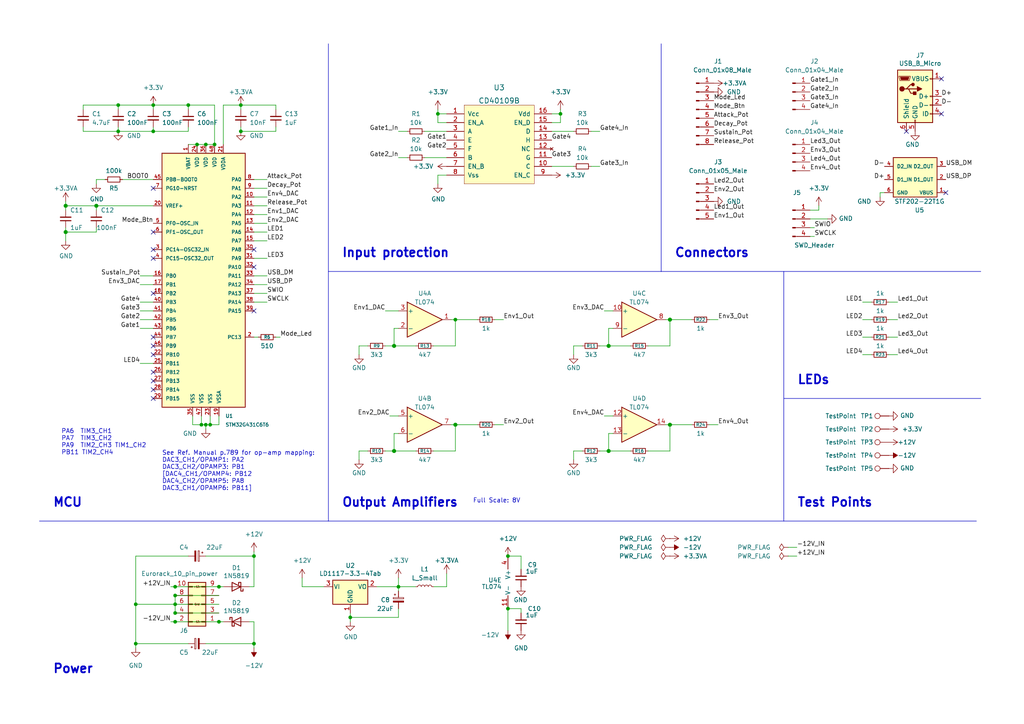
<source format=kicad_sch>
(kicad_sch (version 20230121) (generator eeschema)
  (paper "A4")
  (title_block (title "QuadEnv") (date "2023-03-09") (rev "1.0") (company "Mountjoy Modular"))
  (junction (at 19.05 59.69) (diameter 1.016))
  (junction (at 147.32 161.29))
  (junction (at 34.29 30.48))
  (junction (at 54.61 30.48))
  (junction (at 69.85 38.1))
  (junction (at 60.96 123.19))
  (junction (at 50.8 177.8))
  (junction (at 63.5 170.18))
  (junction (at 57.15 41.91))
  (junction (at 115.57 170.18))
  (junction (at 50.8 180.34))
  (junction (at 50.8 170.18))
  (junction (at 58.42 123.19))
  (junction (at 27.94 59.69) (diameter 1.016))
  (junction (at 39.37 186.69))
  (junction (at 132.08 92.71) (diameter 0.9144))
  (junction (at 59.69 123.19))
  (junction (at 44.45 38.1))
  (junction (at 59.69 41.91))
  (junction (at 50.8 175.26))
  (junction (at 34.29 38.1))
  (junction (at 73.66 161.29))
  (junction (at 69.85 30.48))
  (junction (at 39.37 175.26))
  (junction (at 50.8 172.72))
  (junction (at 176.53 130.81) (diameter 1.016))
  (junction (at 132.08 123.19) (diameter 1.016))
  (junction (at 194.31 123.19) (diameter 1.016))
  (junction (at 127 33.02))
  (junction (at 62.23 41.91))
  (junction (at 44.45 30.48))
  (junction (at 101.6 179.07))
  (junction (at 176.53 100.33) (diameter 1.016))
  (junction (at 19.05 67.31) (diameter 1.016))
  (junction (at 73.66 186.69))
  (junction (at 162.56 33.02))
  (junction (at 147.32 176.53))
  (junction (at 194.31 92.71) (diameter 1.016))
  (junction (at 114.3 100.33) (diameter 1.016))
  (junction (at 63.5 180.34))
  (junction (at 114.3 130.81) (diameter 1.016))
  (no_connect (at 44.45 85.09))
  (no_connect (at 44.45 74.93))
  (no_connect (at 44.45 97.79))
  (no_connect (at 44.45 102.87))
  (no_connect (at 73.66 72.39))
  (no_connect (at 44.45 107.95))
  (no_connect (at 274.32 55.88))
  (no_connect (at 44.45 67.31))
  (no_connect (at 44.45 110.49))
  (no_connect (at 44.45 100.33))
  (no_connect (at 273.05 22.86))
  (no_connect (at 273.05 33.02))
  (no_connect (at 44.45 113.03))
  (no_connect (at 73.66 77.47))
  (no_connect (at 44.45 54.61))
  (no_connect (at 73.66 90.17))
  (no_connect (at 44.45 72.39))
  (no_connect (at 262.89 38.1))
  (no_connect (at 44.45 115.57))
  (wire (pts (xy 19.05 58.42) (xy 19.05 59.69)))
  (wire (pts (xy 162.56 33.02) (xy 160.02 33.02)))
  (wire (pts (xy 187.96 100.33) (xy 194.31 100.33)))
  (wire (pts (xy 73.66 57.15) (xy 77.47 57.15)))
  (wire (pts (xy 81.28 97.79) (xy 80.01 97.79)))
  (wire (pts (xy 73.66 52.07) (xy 77.47 52.07)))
  (wire (pts (xy 177.8 90.17) (xy 175.26 90.17)))
  (wire (pts (xy 166.37 48.26) (xy 160.02 48.26)))
  (wire (pts (xy 27.94 52.07) (xy 30.48 52.07)))
  (wire (pts (xy 250.19 102.87) (xy 252.73 102.87)))
  (wire (pts (xy 19.05 67.31) (xy 19.05 69.85)))
  (wire (pts (xy 257.81 92.71) (xy 260.35 92.71)))
  (wire (pts (xy 59.69 41.91) (xy 62.23 41.91)))
  (wire (pts (xy 24.13 30.48) (xy 34.29 30.48)))
  (wire (pts (xy 59.69 123.19) (xy 59.69 124.46)))
  (wire (pts (xy 123.19 38.1) (xy 129.54 38.1)))
  (wire (pts (xy 115.57 45.72) (xy 118.11 45.72)))
  (wire (pts (xy 166.37 38.1) (xy 160.02 38.1)))
  (wire (pts (xy 193.04 92.71) (xy 194.31 92.71)))
  (wire (pts (xy 114.3 95.25) (xy 115.57 95.25)))
  (wire (pts (xy 257.81 102.87) (xy 260.35 102.87)))
  (wire (pts (xy 35.56 52.07) (xy 44.45 52.07)))
  (wire (pts (xy 62.23 41.91) (xy 62.23 30.48)))
  (wire (pts (xy 130.81 123.19) (xy 132.08 123.19)))
  (wire (pts (xy 34.29 30.48) (xy 34.29 31.75)))
  (wire (pts (xy 250.19 87.63) (xy 252.73 87.63)))
  (wire (pts (xy 55.88 120.65) (xy 55.88 123.19)))
  (wire (pts (xy 73.66 85.09) (xy 77.47 85.09)))
  (wire (pts (xy 129.54 35.56) (xy 127 35.56)))
  (polyline (pts (xy 95.25 151.13) (xy 283.21 151.13)))
  (wire (pts (xy 73.66 62.23) (xy 77.47 62.23)))
  (wire (pts (xy 39.37 187.96) (xy 39.37 186.69)))
  (wire (pts (xy 104.14 100.33) (xy 104.14 102.87)))
  (wire (pts (xy 73.66 74.93) (xy 77.47 74.93)))
  (wire (pts (xy 54.61 36.83) (xy 54.61 38.1)))
  (wire (pts (xy 173.99 100.33) (xy 176.53 100.33)))
  (wire (pts (xy 24.13 36.83) (xy 24.13 38.1)))
  (wire (pts (xy 104.14 130.81) (xy 104.14 133.35)))
  (wire (pts (xy 115.57 176.53) (xy 115.57 179.07)))
  (wire (pts (xy 63.5 172.72) (xy 50.8 172.72)))
  (wire (pts (xy 69.85 36.83) (xy 69.85 38.1)))
  (wire (pts (xy 24.13 31.75) (xy 24.13 30.48)))
  (wire (pts (xy 173.99 130.81) (xy 176.53 130.81)))
  (wire (pts (xy 73.66 180.34) (xy 73.66 186.69)))
  (wire (pts (xy 127 53.34) (xy 127 50.8)))
  (wire (pts (xy 72.39 180.34) (xy 73.66 180.34)))
  (wire (pts (xy 50.8 175.26) (xy 50.8 177.8)))
  (wire (pts (xy 166.37 130.81) (xy 166.37 133.35)))
  (wire (pts (xy 80.01 36.83) (xy 80.01 38.1)))
  (wire (pts (xy 87.63 167.64) (xy 87.63 170.18)))
  (wire (pts (xy 19.05 66.04) (xy 19.05 67.31)))
  (wire (pts (xy 69.85 31.75) (xy 69.85 30.48)))
  (wire (pts (xy 80.01 31.75) (xy 80.01 30.48)))
  (wire (pts (xy 255.27 55.88) (xy 256.54 55.88)))
  (wire (pts (xy 205.74 123.19) (xy 208.28 123.19)))
  (wire (pts (xy 127 31.75) (xy 127 33.02)))
  (wire (pts (xy 63.5 177.8) (xy 50.8 177.8)))
  (wire (pts (xy 176.53 130.81) (xy 176.53 125.73)))
  (wire (pts (xy 73.66 160.02) (xy 73.66 161.29)))
  (wire (pts (xy 39.37 175.26) (xy 39.37 186.69)))
  (wire (pts (xy 234.95 63.5) (xy 240.03 63.5)))
  (wire (pts (xy 193.04 123.19) (xy 194.31 123.19)))
  (wire (pts (xy 114.3 130.81) (xy 120.65 130.81)))
  (wire (pts (xy 73.66 67.31) (xy 77.47 67.31)))
  (wire (pts (xy 151.13 176.53) (xy 147.32 176.53)))
  (wire (pts (xy 34.29 38.1) (xy 44.45 38.1)))
  (wire (pts (xy 205.74 92.71) (xy 208.28 92.71)))
  (wire (pts (xy 44.45 30.48) (xy 44.45 31.75)))
  (wire (pts (xy 127 33.02) (xy 129.54 33.02)))
  (wire (pts (xy 101.6 179.07) (xy 101.6 180.34)))
  (wire (pts (xy 176.53 125.73) (xy 177.8 125.73)))
  (wire (pts (xy 39.37 175.26) (xy 50.8 175.26)))
  (wire (pts (xy 173.99 38.1) (xy 171.45 38.1)))
  (wire (pts (xy 114.3 100.33) (xy 114.3 95.25)))
  (wire (pts (xy 147.32 176.53) (xy 147.32 182.88)))
  (wire (pts (xy 40.64 87.63) (xy 44.45 87.63)))
  (wire (pts (xy 73.66 170.18) (xy 73.66 161.29)))
  (wire (pts (xy 176.53 100.33) (xy 182.88 100.33)))
  (wire (pts (xy 194.31 123.19) (xy 200.66 123.19)))
  (wire (pts (xy 27.94 59.69) (xy 27.94 60.96)))
  (wire (pts (xy 27.94 53.34) (xy 27.94 52.07)))
  (wire (pts (xy 127 35.56) (xy 127 33.02)))
  (wire (pts (xy 73.66 80.01) (xy 77.47 80.01)))
  (wire (pts (xy 234.95 66.04) (xy 236.22 66.04)))
  (wire (pts (xy 19.05 59.69) (xy 27.94 59.69)))
  (wire (pts (xy 44.45 38.1) (xy 54.61 38.1)))
  (wire (pts (xy 44.45 36.83) (xy 44.45 38.1)))
  (polyline (pts (xy 227.33 115.57) (xy 284.48 115.57)))
  (wire (pts (xy 151.13 161.29) (xy 151.13 165.1)))
  (wire (pts (xy 115.57 38.1) (xy 118.11 38.1)))
  (wire (pts (xy 73.66 64.77) (xy 77.47 64.77)))
  (wire (pts (xy 57.15 41.91) (xy 59.69 41.91)))
  (wire (pts (xy 132.08 130.81) (xy 132.08 123.19)))
  (wire (pts (xy 73.66 54.61) (xy 77.47 54.61)))
  (wire (pts (xy 114.3 130.81) (xy 114.3 125.73)))
  (wire (pts (xy 40.64 80.01) (xy 44.45 80.01)))
  (wire (pts (xy 234.95 60.96) (xy 237.49 60.96)))
  (wire (pts (xy 34.29 36.83) (xy 34.29 38.1)))
  (wire (pts (xy 143.51 92.71) (xy 146.05 92.71)))
  (wire (pts (xy 104.14 100.33) (xy 106.68 100.33)))
  (wire (pts (xy 111.76 100.33) (xy 114.3 100.33)))
  (wire (pts (xy 40.64 92.71) (xy 44.45 92.71)))
  (wire (pts (xy 236.22 68.58) (xy 234.95 68.58)))
  (wire (pts (xy 60.96 123.19) (xy 63.5 123.19)))
  (wire (pts (xy 132.08 100.33) (xy 132.08 92.71)))
  (wire (pts (xy 64.77 41.91) (xy 64.77 30.48)))
  (wire (pts (xy 27.94 59.69) (xy 44.45 59.69)))
  (wire (pts (xy 130.81 92.71) (xy 132.08 92.71)))
  (polyline (pts (xy 11.43 151.13) (xy 95.25 151.13)))
  (wire (pts (xy 109.22 170.18) (xy 115.57 170.18)))
  (wire (pts (xy 250.19 97.79) (xy 252.73 97.79)))
  (wire (pts (xy 64.77 30.48) (xy 69.85 30.48)))
  (wire (pts (xy 24.13 38.1) (xy 34.29 38.1)))
  (wire (pts (xy 44.45 82.55) (xy 40.64 82.55)))
  (wire (pts (xy 40.64 90.17) (xy 44.45 90.17)))
  (wire (pts (xy 132.08 123.19) (xy 138.43 123.19)))
  (wire (pts (xy 63.5 180.34) (xy 64.77 180.34)))
  (wire (pts (xy 58.42 120.65) (xy 58.42 123.19)))
  (wire (pts (xy 143.51 123.19) (xy 146.05 123.19)))
  (wire (pts (xy 49.53 180.34) (xy 50.8 180.34)))
  (wire (pts (xy 50.8 180.34) (xy 63.5 180.34)))
  (polyline (pts (xy 191.77 12.7) (xy 191.77 78.74)))
  (wire (pts (xy 50.8 170.18) (xy 63.5 170.18)))
  (wire (pts (xy 55.88 123.19) (xy 58.42 123.19)))
  (wire (pts (xy 54.61 30.48) (xy 62.23 30.48)))
  (wire (pts (xy 69.85 30.48) (xy 80.01 30.48)))
  (wire (pts (xy 177.8 120.65) (xy 175.26 120.65)))
  (wire (pts (xy 49.53 170.18) (xy 50.8 170.18)))
  (wire (pts (xy 194.31 100.33) (xy 194.31 92.71)))
  (wire (pts (xy 115.57 170.18) (xy 120.65 170.18)))
  (wire (pts (xy 111.76 130.81) (xy 114.3 130.81)))
  (wire (pts (xy 60.96 120.65) (xy 60.96 123.19)))
  (wire (pts (xy 176.53 95.25) (xy 177.8 95.25)))
  (wire (pts (xy 19.05 67.31) (xy 27.94 67.31)))
  (wire (pts (xy 39.37 161.29) (xy 39.37 175.26)))
  (wire (pts (xy 63.5 170.18) (xy 64.77 170.18)))
  (wire (pts (xy 59.69 186.69) (xy 73.66 186.69)))
  (wire (pts (xy 40.64 105.41) (xy 44.45 105.41)))
  (wire (pts (xy 87.63 170.18) (xy 93.98 170.18)))
  (wire (pts (xy 39.37 161.29) (xy 54.61 161.29)))
  (wire (pts (xy 160.02 35.56) (xy 162.56 35.56)))
  (wire (pts (xy 101.6 177.8) (xy 101.6 179.07)))
  (wire (pts (xy 111.76 90.17) (xy 115.57 90.17)))
  (wire (pts (xy 101.6 179.07) (xy 115.57 179.07)))
  (wire (pts (xy 115.57 120.65) (xy 113.03 120.65)))
  (wire (pts (xy 104.14 130.81) (xy 106.68 130.81)))
  (polyline (pts (xy 227.33 78.74) (xy 227.33 151.13)))
  (wire (pts (xy 125.73 130.81) (xy 132.08 130.81)))
  (wire (pts (xy 176.53 100.33) (xy 176.53 95.25)))
  (wire (pts (xy 132.08 92.71) (xy 138.43 92.71)))
  (polyline (pts (xy 191.77 78.74) (xy 95.25 78.74)))
  (wire (pts (xy 162.56 35.56) (xy 162.56 33.02)))
  (wire (pts (xy 151.13 176.53) (xy 151.13 177.8)))
  (wire (pts (xy 50.8 175.26) (xy 63.5 175.26)))
  (wire (pts (xy 129.54 170.18) (xy 129.54 166.37)))
  (wire (pts (xy 125.73 170.18) (xy 129.54 170.18)))
  (wire (pts (xy 50.8 172.72) (xy 50.8 175.26)))
  (wire (pts (xy 115.57 171.45) (xy 115.57 170.18)))
  (wire (pts (xy 147.32 161.29) (xy 151.13 161.29)))
  (wire (pts (xy 194.31 92.71) (xy 200.66 92.71)))
  (wire (pts (xy 187.96 130.81) (xy 194.31 130.81)))
  (wire (pts (xy 166.37 130.81) (xy 168.91 130.81)))
  (wire (pts (xy 162.56 31.75) (xy 162.56 33.02)))
  (polyline (pts (xy 95.25 12.7) (xy 95.25 151.13)))
  (wire (pts (xy 257.81 87.63) (xy 260.35 87.63)))
  (wire (pts (xy 166.37 100.33) (xy 166.37 102.87)))
  (wire (pts (xy 44.45 30.48) (xy 54.61 30.48)))
  (wire (pts (xy 173.99 48.26) (xy 171.45 48.26)))
  (wire (pts (xy 166.37 100.33) (xy 168.91 100.33)))
  (wire (pts (xy 237.49 60.96) (xy 237.49 59.69)))
  (wire (pts (xy 27.94 66.04) (xy 27.94 67.31)))
  (wire (pts (xy 40.64 95.25) (xy 44.45 95.25)))
  (wire (pts (xy 257.81 97.79) (xy 260.35 97.79)))
  (wire (pts (xy 54.61 41.91) (xy 57.15 41.91)))
  (wire (pts (xy 255.27 57.15) (xy 255.27 55.88)))
  (wire (pts (xy 34.29 30.48) (xy 44.45 30.48)))
  (wire (pts (xy 73.66 69.85) (xy 77.47 69.85)))
  (wire (pts (xy 74.93 97.79) (xy 73.66 97.79)))
  (wire (pts (xy 63.5 120.65) (xy 63.5 123.19)))
  (wire (pts (xy 59.69 161.29) (xy 73.66 161.29)))
  (wire (pts (xy 176.53 130.81) (xy 182.88 130.81)))
  (wire (pts (xy 73.66 59.69) (xy 77.47 59.69)))
  (wire (pts (xy 231.14 161.29) (xy 228.6 161.29)))
  (wire (pts (xy 72.39 170.18) (xy 73.66 170.18)))
  (wire (pts (xy 194.31 130.81) (xy 194.31 123.19)))
  (wire (pts (xy 127 50.8) (xy 129.54 50.8)))
  (wire (pts (xy 59.69 123.19) (xy 60.96 123.19)))
  (wire (pts (xy 73.66 82.55) (xy 77.47 82.55)))
  (wire (pts (xy 69.85 38.1) (xy 80.01 38.1)))
  (wire (pts (xy 58.42 123.19) (xy 59.69 123.19)))
  (wire (pts (xy 231.14 158.75) (xy 228.6 158.75)))
  (wire (pts (xy 73.66 186.69) (xy 73.66 187.96)))
  (wire (pts (xy 114.3 125.73) (xy 115.57 125.73)))
  (wire (pts (xy 123.19 45.72) (xy 129.54 45.72)))
  (polyline (pts (xy 191.77 78.74) (xy 284.48 78.74)))
  (wire (pts (xy 114.3 100.33) (xy 120.65 100.33)))
  (wire (pts (xy 73.66 87.63) (xy 77.47 87.63)))
  (wire (pts (xy 39.37 186.69) (xy 54.61 186.69)))
  (wire (pts (xy 125.73 100.33) (xy 132.08 100.33)))
  (wire (pts (xy 19.05 60.96) (xy 19.05 59.69)))
  (wire (pts (xy 54.61 30.48) (xy 54.61 31.75)))
  (wire (pts (xy 250.19 92.71) (xy 252.73 92.71)))
  (wire (pts (xy 115.57 167.64) (xy 115.57 170.18)))
  (text "See Ref. Manual p.789 for op-amp mapping:\nDAC3_CH1/OPAMP1: PA2\nDAC3_CH2/OPAMP3: PB1\n[DAC4_CH1/OPAMP4: PB12\nDAC4_CH2/OPAMP5: PA8\nDAC3_CH1/OPAMP6: PB11]\n\n\n\n" (at 46.99 148.59 0) (effects (font (size 1.27 1.27)) (justify left bottom)))
  (text "LEDs" (at 231.14 111.76 0) (effects (font (size 2.54 2.54) (thickness 0.508) bold) (justify left bottom)))
  (text "Full Scale: 8V" (at 137.16 146.05 0) (effects (font (size 1.27 1.27)) (justify left bottom)))
  (text "Output Amplifiers" (at 99.06 147.32 0) (effects (font (size 2.54 2.54) (thickness 0.508) bold) (justify left bottom)))
  (text "MCU" (at 15.24 147.32 0) (effects (font (size 2.54 2.54) (thickness 0.508) bold) (justify left bottom)))
  (text "Power" (at 15.24 195.58 0) (effects (font (size 2.54 2.54) (thickness 0.508) bold) (justify left bottom)))
  (text "Test Points" (at 231.14 147.32 0) (effects (font (size 2.54 2.54) (thickness 0.508) bold) (justify left bottom)))
  (text "PA6  TIM3_CH1\nPA7  TIM3_CH2\nPA9  TIM2_CH3 TIM1_CH2\nPB11 TIM2_CH4\n" (at 17.78 132.08 0) (effects (font (size 1.27 1.27)) (justify left bottom)))
  (text "Connectors" (at 195.58 74.93 0) (effects (font (size 2.54 2.54) (thickness 0.508) bold) (justify left bottom)))
  (text "Input protection" (at 99.06 74.93 0) (effects (font (size 2.54 2.54) (thickness 0.508) bold) (justify left bottom)))
  (label "Gate2" (at 129.54 43.18 180))
  (label "LED1" (at 250.19 87.63 180))
  (label "Led2_Out" (at 207.01 53.34 0))
  (label "-12V_IN" (at 49.53 180.34 180))
  (label "SWCLK" (at 236.22 68.58 0))
  (label "Mode_Btn" (at 44.45 64.77 180))
  (label "Mode_Btn" (at 207.01 31.75 0))
  (label "Env3_Out" (at 208.28 92.71 0))
  (label "Env3_DAC" (at 175.26 90.17 180))
  (label "USB_DP" (at 274.32 52.07 0))
  (label "Env2_Out" (at 207.01 55.88 0))
  (label "Gate2_In" (at 115.57 45.72 180))
  (label "LED4" (at 40.64 105.41 180))
  (label "LED3" (at 250.19 97.79 180))
  (label "Led3_Out" (at 260.35 97.79 0))
  (label "Gate2_In" (at 234.95 26.67 0))
  (label "Attack_Pot" (at 77.47 52.07 0))
  (label "Env1_DAC" (at 111.76 90.17 180))
  (label "LED4" (at 250.19 102.87 180))
  (label "Decay_Pot" (at 77.47 54.61 0))
  (label "SWCLK" (at 77.47 87.63 0))
  (label "Decay_Pot" (at 207.01 36.83 0))
  (label "Led4_Out" (at 234.95 46.99 0))
  (label "LED1" (at 77.47 67.31 0))
  (label "Gate1_In" (at 234.95 24.13 0))
  (label "Env1_DAC" (at 77.47 62.23 0))
  (label "Env2_DAC" (at 113.03 120.65 180))
  (label "Led3_Out" (at 234.95 41.91 0))
  (label "D+" (at 256.54 52.07 180))
  (label "USB_DP" (at 77.47 82.55 0))
  (label "Led2_Out" (at 260.35 92.71 0))
  (label "USB_DM" (at 274.32 48.26 0))
  (label "LED2" (at 250.19 92.71 180))
  (label "USB_DM" (at 77.47 80.01 0))
  (label "Gate1" (at 40.64 95.25 180))
  (label "Led1_Out" (at 260.35 87.63 0))
  (label "Attack_Pot" (at 207.01 34.29 0))
  (label "Release_Pot" (at 207.01 41.91 0))
  (label "-12V_IN" (at 231.14 158.75 0))
  (label "Env1_Out" (at 207.01 63.5 0))
  (label "Sustain_Pot" (at 40.64 80.01 180))
  (label "Env2_Out" (at 146.05 123.19 0))
  (label "D+" (at 273.05 27.94 0))
  (label "Gate1_In" (at 115.57 38.1 180))
  (label "Gate3" (at 40.64 90.17 180))
  (label "D-" (at 256.54 48.26 180))
  (label "Gate2" (at 40.64 92.71 180))
  (label "Release_Pot" (at 77.47 59.69 0))
  (label "Gate4_In" (at 234.95 31.75 0))
  (label "Gate3_In" (at 173.99 48.26 0))
  (label "SWIO" (at 77.47 85.09 0))
  (label "Led4_Out" (at 260.35 102.87 0))
  (label "Mode_Led" (at 81.28 97.79 0))
  (label "Gate4_In" (at 173.99 38.1 0))
  (label "Env4_Out" (at 234.95 49.53 0))
  (label "Env3_DAC" (at 40.64 82.55 180))
  (label "Env1_Out" (at 146.05 92.71 0))
  (label "Gate4" (at 160.02 40.64 0))
  (label "Env4_Out" (at 208.28 123.19 0))
  (label "Led1_Out" (at 207.01 60.96 0))
  (label "LED3" (at 77.47 74.93 0))
  (label "SWIO" (at 236.22 66.04 0))
  (label "Gate3_In" (at 234.95 29.21 0))
  (label "D-" (at 273.05 30.48 0))
  (label "BOOT0" (at 36.83 52.07 0))
  (label "Env2_DAC" (at 77.47 64.77 0))
  (label "Mode_Led" (at 207.01 29.21 0))
  (label "+12V_IN" (at 231.14 161.29 0))
  (label "Env3_Out" (at 234.95 44.45 0))
  (label "Gate1" (at 129.54 40.64 180))
  (label "+12V_IN" (at 49.53 170.18 180))
  (label "Env4_DAC" (at 77.47 57.15 0))
  (label "Gate4" (at 40.64 87.63 180))
  (label "LED2" (at 77.47 69.85 0))
  (label "Gate3" (at 160.02 45.72 0))
  (label "Sustain_Pot" (at 207.01 39.37 0))
  (label "Env4_DAC" (at 175.26 120.65 180))
  (symbol (lib_id "Amplifier_Operational:TL074") (at 185.42 123.19 0) (unit 4)
    (property "Reference" "U4" (at 185.42 115.57 0))
    (property "Value" "TL074" (at 185.42 118.11 0))
    (property "Footprint" "Package_SO:SOIC-14_3.9x8.7mm_P1.27mm" (effects hide))
    (property "Datasheet" "http://www.ti.com/lit/ds/symlink/tl071.pdf" (effects hide))
  )
  (symbol (lib_id "Device:C_Small") (at 24.13 34.29 0) (unit 1)
    (property "Reference" "C1" (at 26.67 33.0262 0) (effects (justify left)))
    (property "Value" "4.7uF" (at 26.67 35.5662 0) (effects (justify left)))
    (property "Footprint" "Capacitor_SMD:C_0603_1608Metric" (effects hide))
  )
  (symbol (lib_id "Amplifier_Operational:TL074") (at 123.19 92.71 0) (unit 1)
    (property "Reference" "U4" (at 123.19 85.09 0))
    (property "Value" "TL074" (at 123.19 87.63 0))
    (property "Footprint" "Package_SO:SOIC-14_3.9x8.7mm_P1.27mm" (effects hide))
    (property "Datasheet" "http://www.ti.com/lit/ds/symlink/tl071.pdf" (effects hide))
  )
  (symbol (lib_id "power:GND") (at 69.85 38.1 0) (unit 1)
    (property "Reference" "#PWR014" (effects hide))
    (property "Value" "GND" (at 72.39 39.3699 0) (effects (justify left)))
  )
  (symbol (lib_id "Device:C_Small") (at 151.13 180.34 180) (unit 1)
    (property "Reference" "C10" (at 153.035 176.53 0) (effects (justify right)))
    (property "Value" "1uF" (at 152.4 178.435 0) (effects (justify right)))
    (property "Footprint" "Capacitor_SMD:C_0603_1608Metric" (effects hide))
  )
  (symbol (lib_id "Device:R_Small") (at 33.02 52.07 90) (unit 1)
    (property "Reference" "R5" (at 33.02 54.61 90))
    (property "Value" "100k" (at 33.02 49.53 90))
    (property "Footprint" "Resistor_SMD:R_0603_1608Metric" (effects hide))
    (property "Part_Number" "C25803" (effects hide))
  )
  (symbol (lib_id "Device:C_Small") (at 151.13 167.64 180) (unit 1)
    (property "Reference" "C9" (at 153.035 163.83 0) (effects (justify right)))
    (property "Value" "1uF" (at 152.4 165.735 0) (effects (justify right)))
    (property "Footprint" "Capacitor_SMD:C_0603_1608Metric" (effects hide))
  )
  (symbol (lib_id "Device:R_Small") (at 123.19 130.81 270) (mirror x) (unit 1)
    (property "Reference" "R14" (at 123.19 130.81 90) (effects (font (size 0.9 0.9))))
    (property "Value" "4k7" (at 123.19 133.35 90))
    (property "Footprint" "Resistor_SMD:R_0603_1608Metric" (effects hide))
    (property "Part_Number" "C23162" (effects hide))
  )
  (symbol (lib_id "power:GND") (at 255.27 57.15 0) (unit 1)
    (property "Reference" "#PWR03" (effects hide))
    (property "Value" "GND" (at 252.73 58.4199 0) (effects (justify right)))
  )
  (symbol (lib_id "Device:R_Small") (at 203.2 123.19 90) (unit 1)
    (property "Reference" "R24" (at 203.2 123.19 90) (effects (font (size 0.9 0.9))))
    (property "Value" "1k" (at 203.2 125.73 90))
    (property "Footprint" "Resistor_SMD:R_0603_1608Metric" (effects hide))
    (property "Part_Number" "C21190" (effects hide))
  )
  (symbol (lib_id "Device:C_Polarized_Small") (at 57.15 161.29 270) (unit 1)
    (property "Reference" "C4" (at 53.34 158.75 90))
    (property "Value" "22uF" (at 62.23 158.75 90))
    (property "Footprint" "Capacitor_SMD:CP_Elec_4x5.8" (effects hide))
  )
  (symbol (lib_id "Device:C_Small") (at 69.85 34.29 0) (unit 1)
    (property "Reference" "C7" (at 72.39 33.0262 0) (effects (justify left)))
    (property "Value" "10nF" (at 72.39 35.5662 0) (effects (justify left)))
    (property "Footprint" "Capacitor_SMD:C_0603_1608Metric" (effects hide))
  )
  (symbol (lib_id "Device:C_Small") (at 34.29 34.29 0) (unit 1)
    (property "Reference" "C2" (at 36.83 33.0262 0) (effects (justify left)))
    (property "Value" "100nF" (at 36.83 35.5662 0) (effects (justify left)))
    (property "Footprint" "Capacitor_SMD:C_0603_1608Metric" (effects hide))
  )
  (symbol (lib_id "Device:C_Small") (at 19.05 63.5 180) (unit 1)
    (property "Reference" "C11" (at 20.32 60.9599 0) (effects (justify right)))
    (property "Value" "1uF" (at 20.32 66.0399 0) (effects (justify right)))
    (property "Footprint" "Capacitor_SMD:C_0603_1608Metric" (effects hide))
    (property "Part_Number" "C15849" (effects hide))
  )
  (symbol (lib_id "Connector:Conn_01x05_Pin") (at 201.93 58.42 0) (unit 1)
    (property "Reference" "J3" (at 208.28 46.99 0))
    (property "Value" "Conn_01x05_Male" (at 208.28 49.53 0))
    (property "Footprint" "Connector_PinHeader_2.54mm:PinHeader_1x05_P2.54mm_Vertical" (effects hide))
  )
  (symbol (lib_id "Device:R_Small") (at 109.22 130.81 270) (unit 1)
    (property "Reference" "R10" (at 109.22 130.81 90) (effects (font (size 0.9 0.9))))
    (property "Value" "3k3" (at 109.22 133.35 90))
    (property "Footprint" "Resistor_SMD:R_0603_1608Metric" (effects hide))
    (property "Part_Number" "C22978" (effects hide))
  )
  (symbol (lib_id "power:+3.3VA") (at 19.05 58.42 0) (unit 1)
    (property "Reference" "#PWR023" (effects hide))
    (property "Value" "+3.3VA" (at 19.05 54.61 0))
  )
  (symbol (lib_id "power:GND") (at 151.13 170.18 0) (unit 1)
    (property "Reference" "#PWR031" (effects hide))
    (property "Value" "GND" (at 153.035 173.99 0) (effects (justify right)))
  )
  (symbol (lib_id "power:PWR_FLAG") (at 194.31 158.75 90) (mirror x) (unit 1)
    (property "Reference" "#FLG04" (effects hide))
    (property "Value" "PWR_FLAG" (at 189.23 158.7499 90) (effects (justify left)))
  )
  (symbol (lib_id "Device:R_Small") (at 120.65 38.1 90) (unit 1)
    (property "Reference" "R1" (at 120.65 33.02 90))
    (property "Value" "10k" (at 120.65 35.56 90))
    (property "Footprint" "Resistor_SMD:R_0603_1608Metric" (effects hide))
    (property "Part_Number" "C23162" (effects hide))
  )
  (symbol (lib_id "Device:R_Small") (at 203.2 92.71 90) (unit 1)
    (property "Reference" "R22" (at 203.2 92.71 90) (effects (font (size 0.9 0.9))))
    (property "Value" "1k" (at 203.2 95.25 90))
    (property "Footprint" "Resistor_SMD:R_0603_1608Metric" (effects hide))
    (property "Part_Number" "C21190" (effects hide))
  )
  (symbol (lib_id "Device:R_Small") (at 168.91 48.26 90) (unit 1)
    (property "Reference" "R4" (at 168.91 43.18 90))
    (property "Value" "10k" (at 168.91 45.72 90))
    (property "Footprint" "Resistor_SMD:R_0603_1608Metric" (effects hide))
    (property "Part_Number" "C23162" (effects hide))
  )
  (symbol (lib_id "power:GND") (at 127 53.34 0) (unit 1)
    (property "Reference" "#PWR019" (effects hide))
    (property "Value" "GND" (at 127.127 57.7342 0))
  )
  (symbol (lib_id "Device:R_Small") (at 171.45 100.33 270) (unit 1)
    (property "Reference" "R11" (at 171.45 100.33 90) (effects (font (size 0.9 0.9))))
    (property "Value" "3k3" (at 171.45 102.87 90))
    (property "Footprint" "Resistor_SMD:R_0603_1608Metric" (effects hide))
    (property "Part_Number" "C22978" (effects hide))
  )
  (symbol (lib_id "Device:C_Polarized_Small") (at 115.57 173.99 0) (unit 1)
    (property "Reference" "C8" (at 111.76 173.99 0))
    (property "Value" "22uF" (at 111.76 176.53 0))
    (property "Footprint" "Capacitor_SMD:CP_Elec_4x5.8" (effects hide))
  )
  (symbol (lib_id "power:+12V") (at 194.31 156.21 270) (unit 1)
    (property "Reference" "#PWR041" (effects hide))
    (property "Value" "+12V" (at 198.12 156.2099 90) (effects (justify left)))
  )
  (symbol (lib_id "STM32:STM32G431C6T6") (at 59.69 77.47 0) (unit 1)
    (property "Reference" "U1" (at 65.3797 120.65 0) (effects (font (size 1.016 1.016)) (justify left)))
    (property "Value" "STM32G431C6T6" (at 65.3797 123.19 0) (effects (font (size 1.016 1.016)) (justify left)))
    (property "Footprint" "Package_QFP:LQFP-48_7x7mm_P0.5mm" (effects hide))
    (property "MANUFACTURER" "STMicroelectronics" (effects hide))
    (property "MAXIMUM_PACKAGE_HEIGHT" "0.60mm" (effects hide))
    (property "PARTREV" "4" (effects hide))
    (property "STANDARD" "IPC 7351B" (effects hide))
  )
  (symbol (lib_id "power:+3.3VA") (at 69.85 30.48 0) (unit 1)
    (property "Reference" "#PWR0101" (effects hide))
    (property "Value" "+3.3VA" (at 69.85 26.67 0))
  )
  (symbol (lib_id "power:GND") (at 104.14 133.35 0) (mirror y) (unit 1)
    (property "Reference" "#PWR038" (effects hide))
    (property "Value" "GND" (at 104.14 137.16 0))
  )
  (symbol (lib_id "Device:R_Small") (at 168.91 38.1 90) (unit 1)
    (property "Reference" "R3" (at 168.91 33.02 90))
    (property "Value" "10k" (at 168.91 35.56 90))
    (property "Footprint" "Resistor_SMD:R_0603_1608Metric" (effects hide))
    (property "Part_Number" "C23162" (effects hide))
  )
  (symbol (lib_name "+3.3V_1") (lib_id "power:+3.3V") (at 162.56 31.75 0) (unit 1)
    (property "Reference" "#PWR0109" (effects hide))
    (property "Value" "+3.3V" (at 162.56 26.67 0))
  )
  (symbol (lib_id "Device:R_Small") (at 255.27 102.87 90) (unit 1)
    (property "Reference" "R23" (at 255.27 102.87 90) (effects (font (size 0.9 0.9))))
    (property "Value" "1k" (at 255.27 100.33 90))
    (property "Footprint" "Resistor_SMD:R_0603_1608Metric" (effects hide))
    (property "Part_Number" "C21190" (effects hide))
  )
  (symbol (lib_name "+3.3V_1") (lib_id "power:+3.3V") (at 237.49 59.69 0) (unit 1)
    (property "Reference" "#PWR0104" (effects hide))
    (property "Value" "+3.3V" (at 237.49 54.61 0))
  )
  (symbol (lib_id "Device:R_Small") (at 255.27 92.71 90) (unit 1)
    (property "Reference" "R19" (at 255.27 92.71 90) (effects (font (size 0.9 0.9))))
    (property "Value" "1k" (at 255.27 90.17 90))
    (property "Footprint" "Resistor_SMD:R_0603_1608Metric" (effects hide))
    (property "Part_Number" "C21190" (effects hide))
  )
  (symbol (lib_id "Device:C_Small") (at 44.45 34.29 0) (unit 1)
    (property "Reference" "C3" (at 46.99 33.0262 0) (effects (justify left)))
    (property "Value" "100nF" (at 46.99 35.5662 0) (effects (justify left)))
    (property "Footprint" "Capacitor_SMD:C_0603_1608Metric" (effects hide))
  )
  (symbol (lib_id "Amplifier_Operational:TL074") (at 149.86 168.91 0) (unit 5)
    (property "Reference" "U4" (at 141.605 168.275 0) (effects (justify left)))
    (property "Value" "TL074" (at 139.7 170.18 0) (effects (justify left)))
    (property "Footprint" "Package_SO:SOIC-14_3.9x8.7mm_P1.27mm" (effects hide))
    (property "Datasheet" "http://www.ti.com/lit/ds/symlink/tl071.pdf" (effects hide))
  )
  (symbol (lib_id "power:-12V") (at 194.31 158.75 270) (mirror x) (unit 1)
    (property "Reference" "#PWR042" (effects hide))
    (property "Value" "-12V" (at 198.12 158.7499 90) (effects (justify left)))
  )
  (symbol (lib_name "+3.3V_1") (lib_id "power:+3.3V") (at 127 31.75 0) (unit 1)
    (property "Reference" "#PWR0107" (effects hide))
    (property "Value" "+3.3V" (at 127 26.67 0))
  )
  (symbol (lib_id "power:GND") (at 257.81 120.65 90) (unit 1)
    (property "Reference" "#PWR01" (effects hide))
    (property "Value" "GND" (at 261.0612 120.523 90) (effects (justify right)))
  )
  (symbol (lib_id "Connector:TestPoint") (at 257.81 124.46 90) (unit 1)
    (property "Reference" "TP2" (at 251.46 124.46 90))
    (property "Value" "TestPoint" (at 243.84 124.46 90))
    (property "Footprint" "Custom_Footprints:1mm_Test_Point" (effects hide))
  )
  (symbol (lib_id "power:GND") (at 101.6 180.34 0) (unit 1)
    (property "Reference" "#PWR016" (effects hide))
    (property "Value" "GND" (at 101.727 184.7342 0))
  )
  (symbol (lib_id "power:GND") (at 59.69 124.46 0) (unit 1)
    (property "Reference" "#PWR010" (effects hide))
    (property "Value" "GND" (at 57.15 125.7299 0) (effects (justify right)))
  )
  (symbol (lib_id "power:+12V") (at 257.81 128.27 270) (unit 1)
    (property "Reference" "#PWR013" (effects hide))
    (property "Value" "+12V" (at 260.35 128.27 90) (effects (justify left)))
  )
  (symbol (lib_id "power:-12V") (at 257.81 132.08 270) (unit 1)
    (property "Reference" "#PWR018" (effects hide))
    (property "Value" "-12V" (at 260.35 132.08 90) (effects (justify left)))
  )
  (symbol (lib_id "Device:C_Small") (at 27.94 63.5 180) (unit 1)
    (property "Reference" "C12" (at 29.21 60.9599 0) (effects (justify right)))
    (property "Value" "100nF" (at 27.94 66.0399 0) (effects (justify right)))
    (property "Footprint" "Capacitor_SMD:C_0603_1608Metric" (effects hide))
    (property "Part_Number" "C14663" (effects hide))
  )
  (symbol (lib_id "power:+12V") (at 147.32 161.29 0) (unit 1)
    (property "Reference" "#PWR029" (effects hide))
    (property "Value" "+12V" (at 147.32 156.21 0))
  )
  (symbol (lib_id "power:GND") (at 104.14 102.87 0) (unit 1)
    (property "Reference" "#PWR037" (effects hide))
    (property "Value" "GND" (at 104.14 106.68 0))
  )
  (symbol (lib_id "Device:R_Small") (at 77.47 97.79 270) (unit 1)
    (property "Reference" "R6" (at 77.47 97.79 90) (effects (font (size 0.9 0.9))))
    (property "Value" "510" (at 77.47 100.33 90))
    (property "Footprint" "Resistor_SMD:R_0603_1608Metric" (effects hide))
    (property "Part_Number" "C22978" (effects hide))
  )
  (symbol (lib_id "Device:L_Small") (at 123.19 170.18 90) (unit 1)
    (property "Reference" "L1" (at 123.19 165.1 90))
    (property "Value" "L_Small" (at 123.19 167.64 90))
    (property "Footprint" "Inductor_SMD:L_0805_2012Metric_Pad1.05x1.20mm_HandSolder" (effects hide))
  )
  (symbol (lib_id "power:+12V") (at 87.63 167.64 0) (unit 1)
    (property "Reference" "#PWR015" (effects hide))
    (property "Value" "+12V" (at 87.63 162.56 0))
  )
  (symbol (lib_id "Device:C_Polarized_Small") (at 57.15 186.69 90) (unit 1)
    (property "Reference" "C5" (at 53.34 189.23 90))
    (property "Value" "22uF" (at 60.96 189.23 90))
    (property "Footprint" "Capacitor_SMD:CP_Elec_4x5.8" (effects hide))
  )
  (symbol (lib_id "Connector:Conn_01x08_Pin") (at 201.93 31.75 0) (unit 1)
    (property "Reference" "J1" (at 208.28 17.78 0))
    (property "Value" "Conn_01x08_Male" (at 209.55 20.32 0))
    (property "Footprint" "Connector_PinHeader_2.54mm:PinHeader_1x08_P2.54mm_Vertical" (effects hide))
  )
  (symbol (lib_id "Device:R_Small") (at 140.97 123.19 90) (unit 1)
    (property "Reference" "R20" (at 140.97 123.19 90) (effects (font (size 0.9 0.9))))
    (property "Value" "1k" (at 140.97 125.73 90))
    (property "Footprint" "Resistor_SMD:R_0603_1608Metric" (effects hide))
    (property "Part_Number" "C21190" (effects hide))
  )
  (symbol (lib_id "Connector:USB_B_Micro") (at 265.43 27.94 0) (unit 1)
    (property "Reference" "J7" (at 266.8778 16.0782 0))
    (property "Value" "USB_B_Micro" (at 266.8778 18.3896 0))
    (property "Footprint" "Custom_Footprints:USB_Micro-B_Amphenol" (effects hide))
  )
  (symbol (lib_id "LD1117-3.3-4Tab:LD1117-3.3-4Tab") (at 101.6 170.18 0) (unit 1)
    (property "Reference" "U2" (at 101.6 164.0332 0))
    (property "Value" "LD1117-3.3-4Tab" (at 101.6 166.3446 0))
    (property "Footprint" "Package_TO_SOT_SMD:SOT-223-3_TabPin2" (effects hide))
    (property "Datasheet" "http://www.diodes.com/datasheets/AP1117.pdf" (effects hide))
  )
  (symbol (lib_id "power:GND") (at 207.01 26.67 90) (mirror x) (unit 1)
    (property "Reference" "#PWR02" (effects hide))
    (property "Value" "GND" (at 210.82 26.67 90) (effects (justify right)))
  )
  (symbol (lib_id "power:GND") (at 240.03 63.5 90) (unit 1)
    (property "Reference" "#PWR06" (effects hide))
    (property "Value" "GND" (at 243.2812 63.373 90) (effects (justify right)))
  )
  (symbol (lib_id "power:+3.3VA") (at 129.54 166.37 0) (unit 1)
    (property "Reference" "#PWR0103" (effects hide))
    (property "Value" "+3.3VA" (at 129.54 162.56 0))
  )
  (symbol (lib_id "Diode:1N5819") (at 68.58 170.18 180) (unit 1)
    (property "Reference" "D1" (at 68.58 164.6936 0))
    (property "Value" "1N5819" (at 68.58 167.005 0))
    (property "Footprint" "Diode_SMD:D_SOD-123" (effects hide))
    (property "Datasheet" "https://datasheet.lcsc.com/szlcsc/Changjiang-Electronics-Tech-CJ-B5819W_C8598.pdf" (effects hide))
    (property "Part_Number" "C8598" (effects hide))
  )
  (symbol (lib_id "power:GND") (at 151.13 182.88 0) (unit 1)
    (property "Reference" "#PWR032" (effects hide))
    (property "Value" "GND" (at 151.13 187.96 0))
  )
  (symbol (lib_id "Device:R_Small") (at 171.45 130.81 270) (unit 1)
    (property "Reference" "R12" (at 171.45 130.81 90) (effects (font (size 0.9 0.9))))
    (property "Value" "3k3" (at 171.45 133.35 90))
    (property "Footprint" "Resistor_SMD:R_0603_1608Metric" (effects hide))
    (property "Part_Number" "C22978" (effects hide))
  )
  (symbol (lib_id "power:GND") (at 166.37 133.35 0) (mirror y) (unit 1)
    (property "Reference" "#PWR040" (effects hide))
    (property "Value" "GND" (at 166.37 137.16 0))
  )
  (symbol (lib_id "power:-12V") (at 73.66 187.96 180) (unit 1)
    (property "Reference" "#PWR012" (effects hide))
    (property "Value" "-12V" (at 73.66 193.04 0))
  )
  (symbol (lib_id "STF202-22T1G:STF202-22T1G") (at 265.43 52.07 0) (unit 1)
    (property "Reference" "U5" (at 266.7 60.96 0))
    (property "Value" "STF202-22T1G" (at 266.7 58.42 0))
    (property "Footprint" "Custom_Footprints:STF202-22T1G" (effects hide))
    (property "MF" "ON Semiconductor" (effects hide))
    (property "DESCRIPTION" "RC (Pi) EMI Filter 2nd Order Low Pass 2 Channel R = 22Ohms, C = 68pF SC-74, SOT-457" (effects hide))
    (property "PACKAGE" "TSOP-6 ON Semiconductor" (effects hide))
    (property "PRICE" "None" (effects hide))
    (property "MP" "STF202-22T1G" (effects hide))
    (property "AVAILABILITY" "In Stock" (effects hide))
    (property "PURCHASE-URL" "https://pricing.snapeda.com/search/part/STF202-22T1G/?ref=eda" (effects hide))
  )
  (symbol (lib_id "power:+3.3VA") (at 194.31 161.29 270) (mirror x) (unit 1)
    (property "Reference" "#PWR0112" (effects hide))
    (property "Value" "+3.3VA" (at 198.12 161.2899 90) (effects (justify left)))
  )
  (symbol (lib_id "Device:R_Small") (at 185.42 130.81 270) (mirror x) (unit 1)
    (property "Reference" "R16" (at 185.42 130.81 90) (effects (font (size 0.9 0.9))))
    (property "Value" "4k7" (at 185.42 133.35 90))
    (property "Footprint" "Resistor_SMD:R_0603_1608Metric" (effects hide))
    (property "Part_Number" "C23162" (effects hide))
  )
  (symbol (lib_id "power:PWR_FLAG") (at 194.31 161.29 90) (mirror x) (unit 1)
    (property "Reference" "#FLG0101" (effects hide))
    (property "Value" "PWR_FLAG" (at 189.23 161.2899 90) (effects (justify left)))
  )
  (symbol (lib_id "Device:R_Small") (at 185.42 100.33 270) (mirror x) (unit 1)
    (property "Reference" "R15" (at 185.42 100.33 90) (effects (font (size 0.9 0.9))))
    (property "Value" "4k7" (at 185.42 102.87 90))
    (property "Footprint" "Resistor_SMD:R_0603_1608Metric" (effects hide))
    (property "Part_Number" "C23162" (effects hide))
  )
  (symbol (lib_id "power:PWR_FLAG") (at 228.6 161.29 90) (mirror x) (unit 1)
    (property "Reference" "#FLG02" (effects hide))
    (property "Value" "PWR_FLAG" (at 223.52 161.2899 90) (effects (justify left)))
  )
  (symbol (lib_id "Amplifier_Operational:TL074") (at 185.42 92.71 0) (unit 3)
    (property "Reference" "U4" (at 185.42 85.09 0))
    (property "Value" "TL074" (at 185.42 87.63 0))
    (property "Footprint" "Package_SO:SOIC-14_3.9x8.7mm_P1.27mm" (effects hide))
    (property "Datasheet" "http://www.ti.com/lit/ds/symlink/tl071.pdf" (effects hide))
  )
  (symbol (lib_id "Connector:TestPoint") (at 257.81 132.08 90) (unit 1)
    (property "Reference" "TP4" (at 251.46 132.08 90))
    (property "Value" "TestPoint" (at 243.84 132.08 90))
    (property "Footprint" "Custom_Footprints:1mm_Test_Point" (effects hide))
  )
  (symbol (lib_id "power:GND") (at 39.37 187.96 0) (unit 1)
    (property "Reference" "#PWR07" (effects hide))
    (property "Value" "GND" (at 39.37 193.04 0))
  )
  (symbol (lib_id "power:+3.3VA") (at 207.01 24.13 270) (unit 1)
    (property "Reference" "#PWR0102" (effects hide))
    (property "Value" "+3.3VA" (at 209.55 24.13 90) (effects (justify left)))
  )
  (symbol (lib_id "power:+12V") (at 73.66 160.02 0) (unit 1)
    (property "Reference" "#PWR011" (effects hide))
    (property "Value" "+12V" (at 73.66 154.94 0))
  )
  (symbol (lib_id "Connector:TestPoint") (at 257.81 135.89 90) (unit 1)
    (property "Reference" "TP5" (at 251.46 135.89 90))
    (property "Value" "TestPoint" (at 243.84 135.89 90))
    (property "Footprint" "Custom_Footprints:1mm_Test_Point" (effects hide))
  )
  (symbol (lib_id "Diode:1N5819") (at 68.58 180.34 0) (unit 1)
    (property "Reference" "D2" (at 68.58 174.8536 0))
    (property "Value" "1N5819" (at 68.58 177.165 0))
    (property "Footprint" "Diode_SMD:D_SOD-123" (effects hide))
    (property "Datasheet" "https://datasheet.lcsc.com/szlcsc/Changjiang-Electronics-Tech-CJ-B5819W_C8598.pdf" (effects hide))
    (property "Part_Number" "C8598" (effects hide))
  )
  (symbol (lib_id "Device:R_Small") (at 123.19 100.33 270) (mirror x) (unit 1)
    (property "Reference" "R13" (at 123.19 100.33 90) (effects (font (size 0.9 0.9))))
    (property "Value" "4k7" (at 123.19 102.87 90))
    (property "Footprint" "Resistor_SMD:R_0603_1608Metric" (effects hide))
    (property "Part_Number" "C23162" (effects hide))
  )
  (symbol (lib_id "Device:R_Small") (at 255.27 87.63 90) (unit 1)
    (property "Reference" "R17" (at 255.27 87.63 90) (effects (font (size 0.9 0.9))))
    (property "Value" "1k" (at 255.27 85.09 90))
    (property "Footprint" "Resistor_SMD:R_0603_1608Metric" (effects hide))
    (property "Part_Number" "C21190" (effects hide))
  )
  (symbol (lib_id "Amplifier_Operational:TL074") (at 123.19 123.19 0) (unit 2)
    (property "Reference" "U4" (at 123.19 115.57 0))
    (property "Value" "TL074" (at 123.19 118.11 0))
    (property "Footprint" "Package_SO:SOIC-14_3.9x8.7mm_P1.27mm" (effects hide))
    (property "Datasheet" "http://www.ti.com/lit/ds/symlink/tl071.pdf" (effects hide))
  )
  (symbol (lib_id "Device:R_Small") (at 255.27 97.79 90) (unit 1)
    (property "Reference" "R21" (at 255.27 97.79 90) (effects (font (size 0.9 0.9))))
    (property "Value" "1k" (at 255.27 95.25 90))
    (property "Footprint" "Resistor_SMD:R_0603_1608Metric" (effects hide))
    (property "Part_Number" "C21190" (effects hide))
  )
  (symbol (lib_id "Connector:TestPoint") (at 257.81 120.65 90) (unit 1)
    (property "Reference" "TP1" (at 251.46 120.65 90))
    (property "Value" "TestPoint" (at 243.84 120.65 90))
    (property "Footprint" "Custom_Footprints:1mm_Test_Point" (effects hide))
  )
  (symbol (lib_id "Connector:Conn_01x04_Pin") (at 229.87 44.45 0) (unit 1)
    (property "Reference" "J4" (at 236.22 35.56 0))
    (property "Value" "Conn_01x04_Male" (at 236.22 38.1 0))
    (property "Footprint" "Connector_PinHeader_2.54mm:PinHeader_1x04_P2.54mm_Vertical" (effects hide))
  )
  (symbol (lib_id "Connector:Conn_01x04_Pin") (at 229.87 63.5 0) (unit 1)
    (property "Reference" "J5" (at 231.14 55.88 0))
    (property "Value" "SWD_Header" (at 236.22 71.12 0))
    (property "Footprint" "Custom_Footprints:SWD_header" (effects hide))
  )
  (symbol (lib_id "power:GND") (at 207.01 58.42 90) (mirror x) (unit 1)
    (property "Reference" "#PWR0113" (effects hide))
    (property "Value" "GND" (at 210.82 58.4199 90) (effects (justify right)))
  )
  (symbol (lib_name "+3.3V_1") (lib_id "power:+3.3V") (at 160.02 50.8 270) (unit 1)
    (property "Reference" "#PWR0110" (effects hide))
    (property "Value" "+3.3V" (at 163.83 50.7999 90) (effects (justify left)))
  )
  (symbol (lib_id "power:GND") (at 166.37 102.87 0) (mirror y) (unit 1)
    (property "Reference" "#PWR039" (effects hide))
    (property "Value" "GND" (at 166.37 106.68 0))
  )
  (symbol (lib_name "+3.3V_1") (lib_id "power:+3.3V") (at 129.54 48.26 90) (unit 1)
    (property "Reference" "#PWR0105" (effects hide))
    (property "Value" "+3.3V" (at 125.73 48.2599 90) (effects (justify left)))
  )
  (symbol (lib_id "CD40109B:CD40109B") (at 151.13 40.64 0) (unit 1)
    (property "Reference" "U3" (at 144.78 25.4 0) (effects (font (size 1.524 1.524))))
    (property "Value" "CD40109B" (at 144.78 29.21 0) (effects (font (size 1.524 1.524))))
    (property "Footprint" "Package_SO:TSSOP-16_4.4x5mm_P0.65mm" (effects hide))
  )
  (symbol (lib_id "Connector:TestPoint") (at 257.81 128.27 90) (unit 1)
    (property "Reference" "TP3" (at 251.46 128.27 90))
    (property "Value" "TestPoint" (at 243.84 128.27 90))
    (property "Footprint" "Custom_Footprints:1mm_Test_Point" (effects hide))
  )
  (symbol (lib_id "Device:C_Small") (at 80.01 34.29 180) (unit 1)
    (property "Reference" "C13" (at 82.55 33.02 0) (effects (justify right)))
    (property "Value" "1uF" (at 82.55 35.56 0) (effects (justify right)))
    (property "Footprint" "Capacitor_SMD:C_0603_1608Metric" (effects hide))
    (property "Part_Number" "C15849" (effects hide))
  )
  (symbol (lib_id "power:GND") (at 34.29 38.1 0) (unit 1)
    (property "Reference" "#PWR08" (effects hide))
    (property "Value" "GND" (at 36.83 39.3699 0) (effects (justify left)))
  )
  (symbol (lib_id "power:GND") (at 27.94 53.34 0) (unit 1)
    (property "Reference" "#PWR022" (effects hide))
    (property "Value" "GND" (at 28.067 57.7342 0))
  )
  (symbol (lib_id "Device:R_Small") (at 120.65 45.72 90) (unit 1)
    (property "Reference" "R2" (at 120.65 40.64 90))
    (property "Value" "10k" (at 120.65 43.18 90))
    (property "Footprint" "Resistor_SMD:R_0603_1608Metric" (effects hide))
    (property "Part_Number" "C23162" (effects hide))
  )
  (symbol (lib_id "power:GND") (at 257.81 135.89 90) (unit 1)
    (property "Reference" "#PWR020" (effects hide))
    (property "Value" "GND" (at 261.0612 135.763 90) (effects (justify right)))
  )
  (symbol (lib_id "power:PWR_FLAG") (at 194.31 156.21 90) (mirror x) (unit 1)
    (property "Reference" "#FLG03" (effects hide))
    (property "Value" "PWR_FLAG" (at 189.23 156.2099 90) (effects (justify left)))
  )
  (symbol (lib_id "power:PWR_FLAG") (at 228.6 158.75 90) (mirror x) (unit 1)
    (property "Reference" "#FLG01" (effects hide))
    (property "Value" "PWR_FLAG" (at 223.52 158.7499 90) (effects (justify left)))
  )
  (symbol (lib_id "power:GND") (at 265.43 38.1 0) (unit 1)
    (property "Reference" "#PWR0111" (effects hide))
    (property "Value" "GND" (at 266.7 41.91 0) (effects (justify right)))
  )
  (symbol (lib_name "+3.3V_1") (lib_id "power:+3.3V") (at 115.57 167.64 0) (unit 1)
    (property "Reference" "#PWR017" (effects hide))
    (property "Value" "+3.3V" (at 115.57 162.56 0))
  )
  (symbol (lib_name "+3.3V_1") (lib_id "power:+3.3V") (at 257.81 124.46 270) (unit 1)
    (property "Reference" "#PWR0108" (effects hide))
    (property "Value" "+3.3V" (at 261.62 124.4599 90) (effects (justify left)))
  )
  (symbol (lib_id "power:GND") (at 19.05 69.85 0) (unit 1)
    (property "Reference" "#PWR024" (effects hide))
    (property "Value" "GND" (at 19.177 74.2442 0))
  )
  (symbol (lib_id "Device:R_Small") (at 109.22 100.33 270) (unit 1)
    (property "Reference" "R9" (at 109.22 100.33 90) (effects (font (size 0.9 0.9))))
    (property "Value" "3k3" (at 109.22 102.87 90))
    (property "Footprint" "Resistor_SMD:R_0603_1608Metric" (effects hide))
    (property "Part_Number" "C22978" (effects hide))
  )
  (symbol (lib_id "power:-12V") (at 147.32 182.88 180) (unit 1)
    (property "Reference" "#PWR030" (effects hide))
    (property "Value" "-12V" (at 144.78 184.1499 0) (effects (justify left)))
  )
  (symbol (lib_id "Device:C_Small") (at 54.61 34.29 0) (unit 1)
    (property "Reference" "C6" (at 57.15 33.0262 0) (effects (justify left)))
    (property "Value" "100nF" (at 57.15 35.5662 0) (effects (justify left)))
    (property "Footprint" "Capacitor_SMD:C_0603_1608Metric" (effects hide))
  )
  (symbol (lib_name "+3.3V_1") (lib_id "power:+3.3V") (at 44.45 30.48 0) (unit 1)
    (property "Reference" "#PWR09" (effects hide))
    (property "Value" "+3.3V" (at 44.45 25.4 0))
  )
  (symbol (lib_id "Eurorack_Header:Eurorack_10_pin_power") (at 58.42 175.26 180) (unit 1)
    (property "Reference" "J6" (at 53.34 182.88 0))
    (property "Value" "Eurorack_10_pin_power" (at 52.07 166.37 0))
    (property "Footprint" "Connector_PinHeader_2.54mm:PinHeader_2x05_P2.54mm_Vertical" (effects hide))
  )
  (symbol (lib_id "Device:R_Small") (at 140.97 92.71 90) (unit 1)
    (property "Reference" "R18" (at 140.97 92.71 90) (effects (font (size 0.9 0.9))))
    (property "Value" "1k" (at 140.97 95.25 90))
    (property "Footprint" "Resistor_SMD:R_0603_1608Metric" (effects hide))
    (property "Part_Number" "C21190" (effects hide))
  )
  (symbol (lib_id "Connector:Conn_01x04_Pin") (at 229.87 26.67 0) (unit 1)
    (property "Reference" "J2" (at 236.22 17.78 0))
    (property "Value" "Conn_01x04_Male" (at 236.22 20.32 0))
    (property "Footprint" "Connector_PinHeader_2.54mm:PinHeader_1x04_P2.54mm_Vertical" (effects hide))
  )
)
</source>
